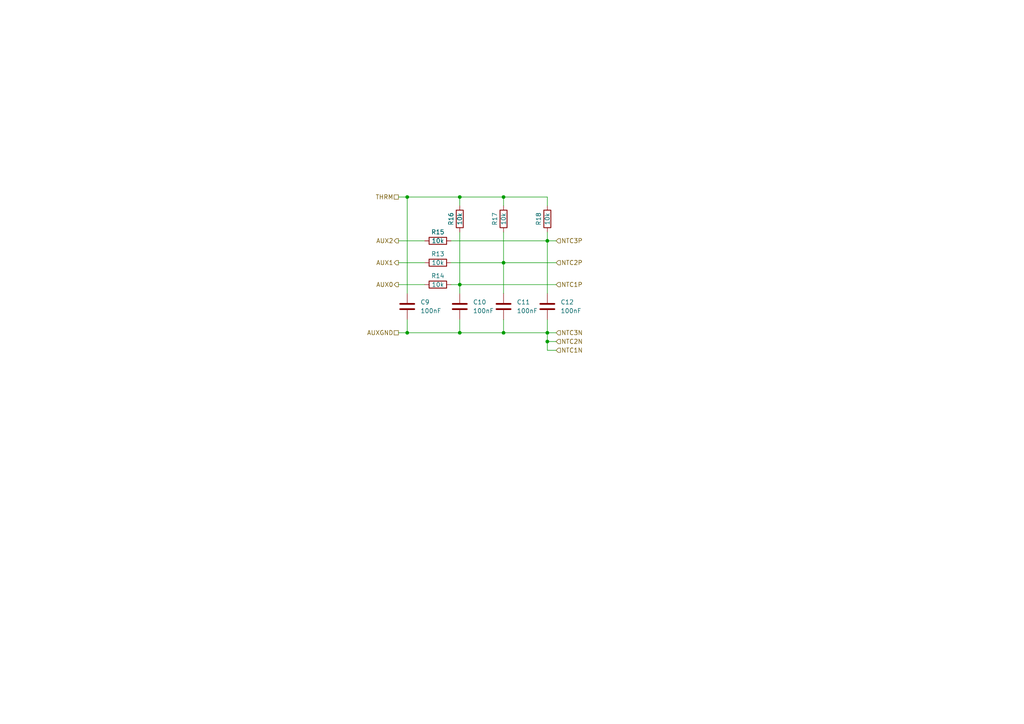
<source format=kicad_sch>
(kicad_sch (version 20231120) (generator "eeschema") (generator_version "8.0")
  (paper "A4")
  (lib_symbols
    (symbol "Device:C" (pin_numbers hide) (pin_names (offset 0.254))
      (property "Reference" "C" (at 0.635 2.54 0))
      (property "Value" "C" (at 0.635 -2.54 0))
      (symbol "C_0_1"
        (polyline (pts (xy -2.032 -0.762) (xy 2.032 -0.762)) (stroke (width 0.508)))
        (polyline (pts (xy -2.032 0.762) (xy 2.032 0.762)) (stroke (width 0.508)))
      )
      (symbol "C_1_1"
        (pin passive line (at 0 3.81 270) (length 2.794) (name "~") (number "1"))
        (pin passive line (at 0 -3.81 90) (length 2.794) (name "~") (number "2"))
      )
    )
    (symbol "Device:R" (pin_numbers hide) (pin_names (offset 0))
      (property "Reference" "R" (at 2.032 0 90))
      (property "Value" "R" (at 0 0 90))
      (symbol "R_0_1"
        (rectangle (start -1.016 -2.54) (end 1.016 2.54) (stroke (width 0.254)))
      )
      (symbol "R_1_1"
        (pin passive line (at 0 3.81 270) (length 1.27) (name "~") (number "1"))
        (pin passive line (at 0 -3.81 90) (length 1.27) (name "~") (number "2"))
      )
    )
  )
  (junction (at 158.75 69.85))
  (junction (at 146.05 96.52))
  (junction (at 133.35 57.15))
  (junction (at 158.75 99.06))
  (junction (at 146.05 76.2))
  (junction (at 118.11 57.15))
  (junction (at 118.11 96.52))
  (junction (at 158.75 96.52))
  (junction (at 133.35 82.55))
  (junction (at 133.35 96.52))
  (junction (at 146.05 57.15))
  (wire (pts (xy 130.81 69.85) (xy 158.75 69.85)))
  (wire (pts (xy 130.81 82.55) (xy 133.35 82.55)))
  (wire (pts (xy 133.35 96.52) (xy 146.05 96.52)))
  (wire (pts (xy 118.11 92.71) (xy 118.11 96.52)))
  (wire (pts (xy 118.11 57.15) (xy 118.11 85.09)))
  (wire (pts (xy 115.57 96.52) (xy 118.11 96.52)))
  (wire (pts (xy 146.05 67.31) (xy 146.05 76.2)))
  (wire (pts (xy 158.75 57.15) (xy 146.05 57.15)))
  (wire (pts (xy 146.05 57.15) (xy 146.05 59.69)))
  (wire (pts (xy 158.75 59.69) (xy 158.75 57.15)))
  (wire (pts (xy 146.05 57.15) (xy 133.35 57.15)))
  (wire (pts (xy 146.05 76.2) (xy 146.05 85.09)))
  (wire (pts (xy 133.35 82.55) (xy 133.35 85.09)))
  (wire (pts (xy 133.35 92.71) (xy 133.35 96.52)))
  (wire (pts (xy 133.35 57.15) (xy 133.35 59.69)))
  (wire (pts (xy 146.05 76.2) (xy 161.29 76.2)))
  (wire (pts (xy 133.35 82.55) (xy 161.29 82.55)))
  (wire (pts (xy 158.75 96.52) (xy 161.29 96.52)))
  (wire (pts (xy 115.57 76.2) (xy 123.19 76.2)))
  (wire (pts (xy 158.75 96.52) (xy 158.75 92.71)))
  (wire (pts (xy 118.11 96.52) (xy 133.35 96.52)))
  (wire (pts (xy 158.75 69.85) (xy 161.29 69.85)))
  (wire (pts (xy 158.75 67.31) (xy 158.75 69.85)))
  (wire (pts (xy 161.29 101.6) (xy 158.75 101.6)))
  (wire (pts (xy 133.35 67.31) (xy 133.35 82.55)))
  (wire (pts (xy 158.75 85.09) (xy 158.75 69.85)))
  (wire (pts (xy 161.29 99.06) (xy 158.75 99.06)))
  (wire (pts (xy 115.57 82.55) (xy 123.19 82.55)))
  (wire (pts (xy 146.05 96.52) (xy 158.75 96.52)))
  (wire (pts (xy 158.75 99.06) (xy 158.75 96.52)))
  (wire (pts (xy 115.57 57.15) (xy 118.11 57.15)))
  (wire (pts (xy 158.75 101.6) (xy 158.75 99.06)))
  (wire (pts (xy 130.81 76.2) (xy 146.05 76.2)))
  (wire (pts (xy 133.35 57.15) (xy 118.11 57.15)))
  (wire (pts (xy 146.05 92.71) (xy 146.05 96.52)))
  (wire (pts (xy 115.57 69.85) (xy 123.19 69.85)))
  (hierarchical_label "AUX0" (shape output) (at 115.57 82.55 180))
  (hierarchical_label "NTC1P" (shape input) (at 161.29 82.55 0))
  (hierarchical_label "AUX1" (shape output) (at 115.57 76.2 180))
  (hierarchical_label "AUXGND" (shape passive) (at 115.57 96.52 180))
  (hierarchical_label "THRM" (shape passive) (at 115.57 57.15 180))
  (hierarchical_label "AUX2" (shape output) (at 115.57 69.85 180))
  (hierarchical_label "NTC2N" (shape input) (at 161.29 99.06 0))
  (hierarchical_label "NTC1N" (shape input) (at 161.29 101.6 0))
  (hierarchical_label "NTC2P" (shape input) (at 161.29 76.2 0))
  (hierarchical_label "NTC3P" (shape input) (at 161.29 69.85 0))
  (hierarchical_label "NTC3N" (shape input) (at 161.29 96.52 0))
  (symbol (lib_id "Device:C") (at 118.11 88.9 0) (unit 1)
    (property "Reference" "C9" (at 121.92 87.6299 0) (effects (justify left)))
    (property "Value" "100nF" (at 121.92 90.1699 0) (effects (justify left)))
    (property "Description" "Unpolarized capacitor" (effects (hide yes)))
  )
  (symbol (lib_id "Device:C") (at 133.35 88.9 0) (unit 1)
    (property "Reference" "C10" (at 137.16 87.6299 0) (effects (justify left)))
    (property "Value" "100nF" (at 137.16 90.1699 0) (effects (justify left)))
    (property "Description" "Unpolarized capacitor" (effects (hide yes)))
  )
  (symbol (lib_id "Device:R") (at 127 76.2 90) (unit 1)
    (property "Reference" "R13" (at 127 73.66 90))
    (property "Value" "10k" (at 127 76.2 90))
    (property "Description" "Resistor" (effects (hide yes)))
  )
  (symbol (lib_id "Device:R") (at 146.05 63.5 180) (unit 1)
    (property "Reference" "R17" (at 143.51 63.5 90))
    (property "Value" "10k" (at 146.05 63.5 90))
    (property "Description" "Resistor" (effects (hide yes)))
  )
  (symbol (lib_id "Device:R") (at 127 82.55 90) (unit 1)
    (property "Reference" "R14" (at 127 80.01 90))
    (property "Value" "10k" (at 127 82.55 90))
    (property "Description" "Resistor" (effects (hide yes)))
  )
  (symbol (lib_id "Device:R") (at 158.75 63.5 180) (unit 1)
    (property "Reference" "R18" (at 156.21 63.5 90))
    (property "Value" "10k" (at 158.75 63.5 90))
    (property "Description" "Resistor" (effects (hide yes)))
  )
  (symbol (lib_id "Device:C") (at 158.75 88.9 0) (unit 1)
    (property "Reference" "C12" (at 162.56 87.6299 0) (effects (justify left)))
    (property "Value" "100nF" (at 162.56 90.1699 0) (effects (justify left)))
    (property "Description" "Unpolarized capacitor" (effects (hide yes)))
  )
  (symbol (lib_id "Device:R") (at 127 69.85 90) (unit 1)
    (property "Reference" "R15" (at 127 67.31 90))
    (property "Value" "10k" (at 127 69.85 90))
    (property "Description" "Resistor" (effects (hide yes)))
  )
  (symbol (lib_id "Device:R") (at 133.35 63.5 180) (unit 1)
    (property "Reference" "R16" (at 130.81 63.5 90))
    (property "Value" "10k" (at 133.35 63.5 90))
    (property "Description" "Resistor" (effects (hide yes)))
  )
  (symbol (lib_id "Device:C") (at 146.05 88.9 0) (unit 1)
    (property "Reference" "C11" (at 149.86 87.6299 0) (effects (justify left)))
    (property "Value" "100nF" (at 149.86 90.1699 0) (effects (justify left)))
    (property "Description" "Unpolarized capacitor" (effects (hide yes)))
  )
)
</source>
